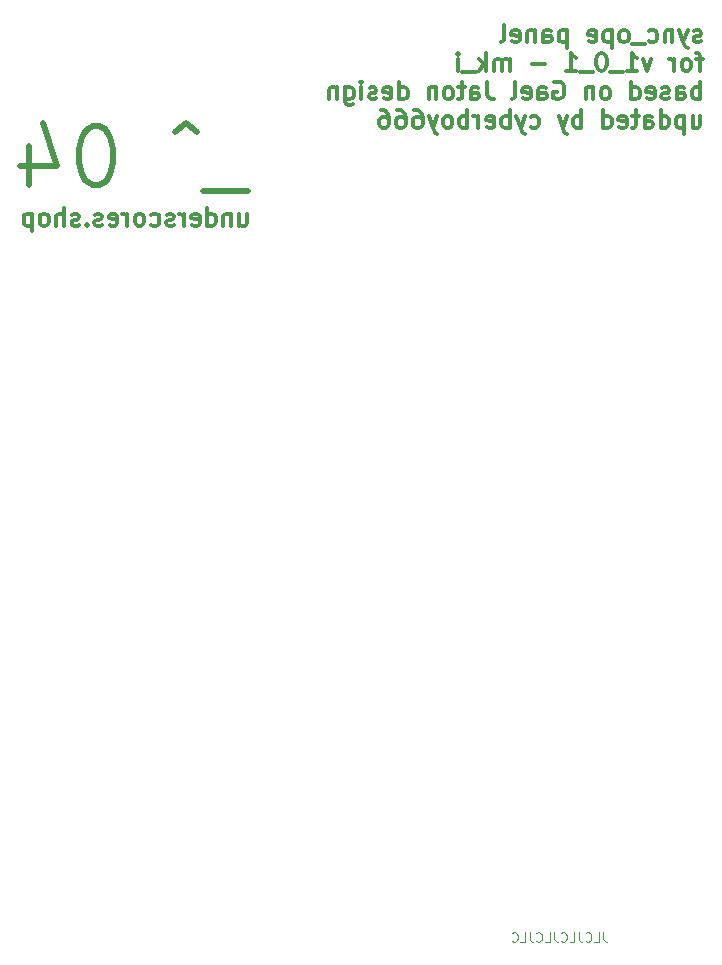
<source format=gbr>
G04 #@! TF.GenerationSoftware,KiCad,Pcbnew,6.0.7*
G04 #@! TF.CreationDate,2023-06-12T18:01:15+12:00*
G04 #@! TF.ProjectId,default_panel,64656661-756c-4745-9f70-616e656c2e6b,1_0_1*
G04 #@! TF.SameCoordinates,Original*
G04 #@! TF.FileFunction,Legend,Bot*
G04 #@! TF.FilePolarity,Positive*
%FSLAX46Y46*%
G04 Gerber Fmt 4.6, Leading zero omitted, Abs format (unit mm)*
G04 Created by KiCad (PCBNEW 6.0.7) date 2023-06-12 18:01:15*
%MOMM*%
%LPD*%
G01*
G04 APERTURE LIST*
%ADD10C,0.300000*%
%ADD11C,0.037750*%
%ADD12C,0.500000*%
G04 APERTURE END LIST*
D10*
X158785714Y-85678571D02*
X158785714Y-86678571D01*
X159428571Y-85678571D02*
X159428571Y-86464285D01*
X159357142Y-86607142D01*
X159214285Y-86678571D01*
X159000000Y-86678571D01*
X158857142Y-86607142D01*
X158785714Y-86535714D01*
X158071428Y-85678571D02*
X158071428Y-86678571D01*
X158071428Y-85821428D02*
X158000000Y-85750000D01*
X157857142Y-85678571D01*
X157642857Y-85678571D01*
X157500000Y-85750000D01*
X157428571Y-85892857D01*
X157428571Y-86678571D01*
X156071428Y-86678571D02*
X156071428Y-85178571D01*
X156071428Y-86607142D02*
X156214285Y-86678571D01*
X156500000Y-86678571D01*
X156642857Y-86607142D01*
X156714285Y-86535714D01*
X156785714Y-86392857D01*
X156785714Y-85964285D01*
X156714285Y-85821428D01*
X156642857Y-85750000D01*
X156500000Y-85678571D01*
X156214285Y-85678571D01*
X156071428Y-85750000D01*
X154785714Y-86607142D02*
X154928571Y-86678571D01*
X155214285Y-86678571D01*
X155357142Y-86607142D01*
X155428571Y-86464285D01*
X155428571Y-85892857D01*
X155357142Y-85750000D01*
X155214285Y-85678571D01*
X154928571Y-85678571D01*
X154785714Y-85750000D01*
X154714285Y-85892857D01*
X154714285Y-86035714D01*
X155428571Y-86178571D01*
X154071428Y-86678571D02*
X154071428Y-85678571D01*
X154071428Y-85964285D02*
X154000000Y-85821428D01*
X153928571Y-85750000D01*
X153785714Y-85678571D01*
X153642857Y-85678571D01*
X153214285Y-86607142D02*
X153071428Y-86678571D01*
X152785714Y-86678571D01*
X152642857Y-86607142D01*
X152571428Y-86464285D01*
X152571428Y-86392857D01*
X152642857Y-86250000D01*
X152785714Y-86178571D01*
X153000000Y-86178571D01*
X153142857Y-86107142D01*
X153214285Y-85964285D01*
X153214285Y-85892857D01*
X153142857Y-85750000D01*
X153000000Y-85678571D01*
X152785714Y-85678571D01*
X152642857Y-85750000D01*
X151285714Y-86607142D02*
X151428571Y-86678571D01*
X151714285Y-86678571D01*
X151857142Y-86607142D01*
X151928571Y-86535714D01*
X152000000Y-86392857D01*
X152000000Y-85964285D01*
X151928571Y-85821428D01*
X151857142Y-85750000D01*
X151714285Y-85678571D01*
X151428571Y-85678571D01*
X151285714Y-85750000D01*
X150428571Y-86678571D02*
X150571428Y-86607142D01*
X150642857Y-86535714D01*
X150714285Y-86392857D01*
X150714285Y-85964285D01*
X150642857Y-85821428D01*
X150571428Y-85750000D01*
X150428571Y-85678571D01*
X150214285Y-85678571D01*
X150071428Y-85750000D01*
X150000000Y-85821428D01*
X149928571Y-85964285D01*
X149928571Y-86392857D01*
X150000000Y-86535714D01*
X150071428Y-86607142D01*
X150214285Y-86678571D01*
X150428571Y-86678571D01*
X149285714Y-86678571D02*
X149285714Y-85678571D01*
X149285714Y-85964285D02*
X149214285Y-85821428D01*
X149142857Y-85750000D01*
X149000000Y-85678571D01*
X148857142Y-85678571D01*
X147785714Y-86607142D02*
X147928571Y-86678571D01*
X148214285Y-86678571D01*
X148357142Y-86607142D01*
X148428571Y-86464285D01*
X148428571Y-85892857D01*
X148357142Y-85750000D01*
X148214285Y-85678571D01*
X147928571Y-85678571D01*
X147785714Y-85750000D01*
X147714285Y-85892857D01*
X147714285Y-86035714D01*
X148428571Y-86178571D01*
X147142857Y-86607142D02*
X147000000Y-86678571D01*
X146714285Y-86678571D01*
X146571428Y-86607142D01*
X146500000Y-86464285D01*
X146500000Y-86392857D01*
X146571428Y-86250000D01*
X146714285Y-86178571D01*
X146928571Y-86178571D01*
X147071428Y-86107142D01*
X147142857Y-85964285D01*
X147142857Y-85892857D01*
X147071428Y-85750000D01*
X146928571Y-85678571D01*
X146714285Y-85678571D01*
X146571428Y-85750000D01*
X145857142Y-86535714D02*
X145785714Y-86607142D01*
X145857142Y-86678571D01*
X145928571Y-86607142D01*
X145857142Y-86535714D01*
X145857142Y-86678571D01*
X145214285Y-86607142D02*
X145071428Y-86678571D01*
X144785714Y-86678571D01*
X144642857Y-86607142D01*
X144571428Y-86464285D01*
X144571428Y-86392857D01*
X144642857Y-86250000D01*
X144785714Y-86178571D01*
X145000000Y-86178571D01*
X145142857Y-86107142D01*
X145214285Y-85964285D01*
X145214285Y-85892857D01*
X145142857Y-85750000D01*
X145000000Y-85678571D01*
X144785714Y-85678571D01*
X144642857Y-85750000D01*
X143928571Y-86678571D02*
X143928571Y-85178571D01*
X143285714Y-86678571D02*
X143285714Y-85892857D01*
X143357142Y-85750000D01*
X143500000Y-85678571D01*
X143714285Y-85678571D01*
X143857142Y-85750000D01*
X143928571Y-85821428D01*
X142357142Y-86678571D02*
X142500000Y-86607142D01*
X142571428Y-86535714D01*
X142642857Y-86392857D01*
X142642857Y-85964285D01*
X142571428Y-85821428D01*
X142500000Y-85750000D01*
X142357142Y-85678571D01*
X142142857Y-85678571D01*
X142000000Y-85750000D01*
X141928571Y-85821428D01*
X141857142Y-85964285D01*
X141857142Y-86392857D01*
X141928571Y-86535714D01*
X142000000Y-86607142D01*
X142142857Y-86678571D01*
X142357142Y-86678571D01*
X141214285Y-85678571D02*
X141214285Y-87178571D01*
X141214285Y-85750000D02*
X141071428Y-85678571D01*
X140785714Y-85678571D01*
X140642857Y-85750000D01*
X140571428Y-85821428D01*
X140500000Y-85964285D01*
X140500000Y-86392857D01*
X140571428Y-86535714D01*
X140642857Y-86607142D01*
X140785714Y-86678571D01*
X141071428Y-86678571D01*
X141214285Y-86607142D01*
X197869285Y-71084642D02*
X197726428Y-71156071D01*
X197440714Y-71156071D01*
X197297857Y-71084642D01*
X197226428Y-70941785D01*
X197226428Y-70870357D01*
X197297857Y-70727500D01*
X197440714Y-70656071D01*
X197655000Y-70656071D01*
X197797857Y-70584642D01*
X197869285Y-70441785D01*
X197869285Y-70370357D01*
X197797857Y-70227500D01*
X197655000Y-70156071D01*
X197440714Y-70156071D01*
X197297857Y-70227500D01*
X196726428Y-70156071D02*
X196369285Y-71156071D01*
X196012142Y-70156071D02*
X196369285Y-71156071D01*
X196512142Y-71513214D01*
X196583571Y-71584642D01*
X196726428Y-71656071D01*
X195440714Y-70156071D02*
X195440714Y-71156071D01*
X195440714Y-70298928D02*
X195369285Y-70227500D01*
X195226428Y-70156071D01*
X195012142Y-70156071D01*
X194869285Y-70227500D01*
X194797857Y-70370357D01*
X194797857Y-71156071D01*
X193440714Y-71084642D02*
X193583571Y-71156071D01*
X193869285Y-71156071D01*
X194012142Y-71084642D01*
X194083571Y-71013214D01*
X194155000Y-70870357D01*
X194155000Y-70441785D01*
X194083571Y-70298928D01*
X194012142Y-70227500D01*
X193869285Y-70156071D01*
X193583571Y-70156071D01*
X193440714Y-70227500D01*
X193155000Y-71298928D02*
X192012142Y-71298928D01*
X191440714Y-71156071D02*
X191583571Y-71084642D01*
X191655000Y-71013214D01*
X191726428Y-70870357D01*
X191726428Y-70441785D01*
X191655000Y-70298928D01*
X191583571Y-70227500D01*
X191440714Y-70156071D01*
X191226428Y-70156071D01*
X191083571Y-70227500D01*
X191012142Y-70298928D01*
X190940714Y-70441785D01*
X190940714Y-70870357D01*
X191012142Y-71013214D01*
X191083571Y-71084642D01*
X191226428Y-71156071D01*
X191440714Y-71156071D01*
X190297857Y-70156071D02*
X190297857Y-71656071D01*
X190297857Y-70227500D02*
X190155000Y-70156071D01*
X189869285Y-70156071D01*
X189726428Y-70227500D01*
X189655000Y-70298928D01*
X189583571Y-70441785D01*
X189583571Y-70870357D01*
X189655000Y-71013214D01*
X189726428Y-71084642D01*
X189869285Y-71156071D01*
X190155000Y-71156071D01*
X190297857Y-71084642D01*
X188369285Y-71084642D02*
X188512142Y-71156071D01*
X188797857Y-71156071D01*
X188940714Y-71084642D01*
X189012142Y-70941785D01*
X189012142Y-70370357D01*
X188940714Y-70227500D01*
X188797857Y-70156071D01*
X188512142Y-70156071D01*
X188369285Y-70227500D01*
X188297857Y-70370357D01*
X188297857Y-70513214D01*
X189012142Y-70656071D01*
X186512142Y-70156071D02*
X186512142Y-71656071D01*
X186512142Y-70227500D02*
X186369285Y-70156071D01*
X186083571Y-70156071D01*
X185940714Y-70227500D01*
X185869285Y-70298928D01*
X185797857Y-70441785D01*
X185797857Y-70870357D01*
X185869285Y-71013214D01*
X185940714Y-71084642D01*
X186083571Y-71156071D01*
X186369285Y-71156071D01*
X186512142Y-71084642D01*
X184512142Y-71156071D02*
X184512142Y-70370357D01*
X184583571Y-70227500D01*
X184726428Y-70156071D01*
X185012142Y-70156071D01*
X185155000Y-70227500D01*
X184512142Y-71084642D02*
X184655000Y-71156071D01*
X185012142Y-71156071D01*
X185155000Y-71084642D01*
X185226428Y-70941785D01*
X185226428Y-70798928D01*
X185155000Y-70656071D01*
X185012142Y-70584642D01*
X184655000Y-70584642D01*
X184512142Y-70513214D01*
X183797857Y-70156071D02*
X183797857Y-71156071D01*
X183797857Y-70298928D02*
X183726428Y-70227500D01*
X183583571Y-70156071D01*
X183369285Y-70156071D01*
X183226428Y-70227500D01*
X183155000Y-70370357D01*
X183155000Y-71156071D01*
X181869285Y-71084642D02*
X182012142Y-71156071D01*
X182297857Y-71156071D01*
X182440714Y-71084642D01*
X182512142Y-70941785D01*
X182512142Y-70370357D01*
X182440714Y-70227500D01*
X182297857Y-70156071D01*
X182012142Y-70156071D01*
X181869285Y-70227500D01*
X181797857Y-70370357D01*
X181797857Y-70513214D01*
X182512142Y-70656071D01*
X180940714Y-71156071D02*
X181083571Y-71084642D01*
X181155000Y-70941785D01*
X181155000Y-69656071D01*
X198012142Y-72571071D02*
X197440714Y-72571071D01*
X197797857Y-73571071D02*
X197797857Y-72285357D01*
X197726428Y-72142500D01*
X197583571Y-72071071D01*
X197440714Y-72071071D01*
X196726428Y-73571071D02*
X196869285Y-73499642D01*
X196940714Y-73428214D01*
X197012142Y-73285357D01*
X197012142Y-72856785D01*
X196940714Y-72713928D01*
X196869285Y-72642500D01*
X196726428Y-72571071D01*
X196512142Y-72571071D01*
X196369285Y-72642500D01*
X196297857Y-72713928D01*
X196226428Y-72856785D01*
X196226428Y-73285357D01*
X196297857Y-73428214D01*
X196369285Y-73499642D01*
X196512142Y-73571071D01*
X196726428Y-73571071D01*
X195583571Y-73571071D02*
X195583571Y-72571071D01*
X195583571Y-72856785D02*
X195512142Y-72713928D01*
X195440714Y-72642500D01*
X195297857Y-72571071D01*
X195154999Y-72571071D01*
X193654999Y-72571071D02*
X193297857Y-73571071D01*
X192940714Y-72571071D01*
X191583571Y-73571071D02*
X192440714Y-73571071D01*
X192012142Y-73571071D02*
X192012142Y-72071071D01*
X192155000Y-72285357D01*
X192297857Y-72428214D01*
X192440714Y-72499642D01*
X191297857Y-73713928D02*
X190155000Y-73713928D01*
X189512142Y-72071071D02*
X189369285Y-72071071D01*
X189226428Y-72142500D01*
X189155000Y-72213928D01*
X189083571Y-72356785D01*
X189012142Y-72642500D01*
X189012142Y-72999642D01*
X189083571Y-73285357D01*
X189155000Y-73428214D01*
X189226428Y-73499642D01*
X189369285Y-73571071D01*
X189512142Y-73571071D01*
X189655000Y-73499642D01*
X189726428Y-73428214D01*
X189797857Y-73285357D01*
X189869285Y-72999642D01*
X189869285Y-72642500D01*
X189797857Y-72356785D01*
X189726428Y-72213928D01*
X189655000Y-72142500D01*
X189512142Y-72071071D01*
X188726428Y-73713928D02*
X187583571Y-73713928D01*
X186440714Y-73571071D02*
X187297857Y-73571071D01*
X186869285Y-73571071D02*
X186869285Y-72071071D01*
X187012142Y-72285357D01*
X187155000Y-72428214D01*
X187297857Y-72499642D01*
X184655000Y-72999642D02*
X183512142Y-72999642D01*
X181655000Y-73571071D02*
X181655000Y-72571071D01*
X181655000Y-72713928D02*
X181583571Y-72642500D01*
X181440714Y-72571071D01*
X181226428Y-72571071D01*
X181083571Y-72642500D01*
X181012142Y-72785357D01*
X181012142Y-73571071D01*
X181012142Y-72785357D02*
X180940714Y-72642500D01*
X180797857Y-72571071D01*
X180583571Y-72571071D01*
X180440714Y-72642500D01*
X180369285Y-72785357D01*
X180369285Y-73571071D01*
X179655000Y-73571071D02*
X179655000Y-72071071D01*
X179512142Y-72999642D02*
X179083571Y-73571071D01*
X179083571Y-72571071D02*
X179655000Y-73142500D01*
X178797857Y-73713928D02*
X177655000Y-73713928D01*
X177297857Y-73571071D02*
X177297857Y-72571071D01*
X177297857Y-72071071D02*
X177369285Y-72142500D01*
X177297857Y-72213928D01*
X177226428Y-72142500D01*
X177297857Y-72071071D01*
X177297857Y-72213928D01*
X197797857Y-75986071D02*
X197797857Y-74486071D01*
X197797857Y-75057500D02*
X197655000Y-74986071D01*
X197369285Y-74986071D01*
X197226428Y-75057500D01*
X197155000Y-75128928D01*
X197083571Y-75271785D01*
X197083571Y-75700357D01*
X197155000Y-75843214D01*
X197226428Y-75914642D01*
X197369285Y-75986071D01*
X197655000Y-75986071D01*
X197797857Y-75914642D01*
X195797857Y-75986071D02*
X195797857Y-75200357D01*
X195869285Y-75057500D01*
X196012142Y-74986071D01*
X196297857Y-74986071D01*
X196440714Y-75057500D01*
X195797857Y-75914642D02*
X195940714Y-75986071D01*
X196297857Y-75986071D01*
X196440714Y-75914642D01*
X196512142Y-75771785D01*
X196512142Y-75628928D01*
X196440714Y-75486071D01*
X196297857Y-75414642D01*
X195940714Y-75414642D01*
X195797857Y-75343214D01*
X195155000Y-75914642D02*
X195012142Y-75986071D01*
X194726428Y-75986071D01*
X194583571Y-75914642D01*
X194512142Y-75771785D01*
X194512142Y-75700357D01*
X194583571Y-75557500D01*
X194726428Y-75486071D01*
X194940714Y-75486071D01*
X195083571Y-75414642D01*
X195155000Y-75271785D01*
X195155000Y-75200357D01*
X195083571Y-75057500D01*
X194940714Y-74986071D01*
X194726428Y-74986071D01*
X194583571Y-75057500D01*
X193297857Y-75914642D02*
X193440714Y-75986071D01*
X193726428Y-75986071D01*
X193869285Y-75914642D01*
X193940714Y-75771785D01*
X193940714Y-75200357D01*
X193869285Y-75057500D01*
X193726428Y-74986071D01*
X193440714Y-74986071D01*
X193297857Y-75057500D01*
X193226428Y-75200357D01*
X193226428Y-75343214D01*
X193940714Y-75486071D01*
X191940714Y-75986071D02*
X191940714Y-74486071D01*
X191940714Y-75914642D02*
X192083571Y-75986071D01*
X192369285Y-75986071D01*
X192512142Y-75914642D01*
X192583571Y-75843214D01*
X192655000Y-75700357D01*
X192655000Y-75271785D01*
X192583571Y-75128928D01*
X192512142Y-75057500D01*
X192369285Y-74986071D01*
X192083571Y-74986071D01*
X191940714Y-75057500D01*
X189869285Y-75986071D02*
X190012142Y-75914642D01*
X190083571Y-75843214D01*
X190155000Y-75700357D01*
X190155000Y-75271785D01*
X190083571Y-75128928D01*
X190012142Y-75057500D01*
X189869285Y-74986071D01*
X189655000Y-74986071D01*
X189512142Y-75057500D01*
X189440714Y-75128928D01*
X189369285Y-75271785D01*
X189369285Y-75700357D01*
X189440714Y-75843214D01*
X189512142Y-75914642D01*
X189655000Y-75986071D01*
X189869285Y-75986071D01*
X188726428Y-74986071D02*
X188726428Y-75986071D01*
X188726428Y-75128928D02*
X188655000Y-75057500D01*
X188512142Y-74986071D01*
X188297857Y-74986071D01*
X188155000Y-75057500D01*
X188083571Y-75200357D01*
X188083571Y-75986071D01*
X185440714Y-74557500D02*
X185583571Y-74486071D01*
X185797857Y-74486071D01*
X186012142Y-74557500D01*
X186155000Y-74700357D01*
X186226428Y-74843214D01*
X186297857Y-75128928D01*
X186297857Y-75343214D01*
X186226428Y-75628928D01*
X186155000Y-75771785D01*
X186012142Y-75914642D01*
X185797857Y-75986071D01*
X185655000Y-75986071D01*
X185440714Y-75914642D01*
X185369285Y-75843214D01*
X185369285Y-75343214D01*
X185655000Y-75343214D01*
X184083571Y-75986071D02*
X184083571Y-75200357D01*
X184155000Y-75057500D01*
X184297857Y-74986071D01*
X184583571Y-74986071D01*
X184726428Y-75057500D01*
X184083571Y-75914642D02*
X184226428Y-75986071D01*
X184583571Y-75986071D01*
X184726428Y-75914642D01*
X184797857Y-75771785D01*
X184797857Y-75628928D01*
X184726428Y-75486071D01*
X184583571Y-75414642D01*
X184226428Y-75414642D01*
X184083571Y-75343214D01*
X182797857Y-75914642D02*
X182940714Y-75986071D01*
X183226428Y-75986071D01*
X183369285Y-75914642D01*
X183440714Y-75771785D01*
X183440714Y-75200357D01*
X183369285Y-75057500D01*
X183226428Y-74986071D01*
X182940714Y-74986071D01*
X182797857Y-75057500D01*
X182726428Y-75200357D01*
X182726428Y-75343214D01*
X183440714Y-75486071D01*
X181869285Y-75986071D02*
X182012142Y-75914642D01*
X182083571Y-75771785D01*
X182083571Y-74486071D01*
X179726428Y-74486071D02*
X179726428Y-75557500D01*
X179797857Y-75771785D01*
X179940714Y-75914642D01*
X180155000Y-75986071D01*
X180297857Y-75986071D01*
X178369285Y-75986071D02*
X178369285Y-75200357D01*
X178440714Y-75057500D01*
X178583571Y-74986071D01*
X178869285Y-74986071D01*
X179012142Y-75057500D01*
X178369285Y-75914642D02*
X178512142Y-75986071D01*
X178869285Y-75986071D01*
X179012142Y-75914642D01*
X179083571Y-75771785D01*
X179083571Y-75628928D01*
X179012142Y-75486071D01*
X178869285Y-75414642D01*
X178512142Y-75414642D01*
X178369285Y-75343214D01*
X177869285Y-74986071D02*
X177297857Y-74986071D01*
X177655000Y-74486071D02*
X177655000Y-75771785D01*
X177583571Y-75914642D01*
X177440714Y-75986071D01*
X177297857Y-75986071D01*
X176583571Y-75986071D02*
X176726428Y-75914642D01*
X176797857Y-75843214D01*
X176869285Y-75700357D01*
X176869285Y-75271785D01*
X176797857Y-75128928D01*
X176726428Y-75057500D01*
X176583571Y-74986071D01*
X176369285Y-74986071D01*
X176226428Y-75057500D01*
X176155000Y-75128928D01*
X176083571Y-75271785D01*
X176083571Y-75700357D01*
X176155000Y-75843214D01*
X176226428Y-75914642D01*
X176369285Y-75986071D01*
X176583571Y-75986071D01*
X175440714Y-74986071D02*
X175440714Y-75986071D01*
X175440714Y-75128928D02*
X175369285Y-75057500D01*
X175226428Y-74986071D01*
X175012142Y-74986071D01*
X174869285Y-75057500D01*
X174797857Y-75200357D01*
X174797857Y-75986071D01*
X172297857Y-75986071D02*
X172297857Y-74486071D01*
X172297857Y-75914642D02*
X172440714Y-75986071D01*
X172726428Y-75986071D01*
X172869285Y-75914642D01*
X172940714Y-75843214D01*
X173012142Y-75700357D01*
X173012142Y-75271785D01*
X172940714Y-75128928D01*
X172869285Y-75057500D01*
X172726428Y-74986071D01*
X172440714Y-74986071D01*
X172297857Y-75057500D01*
X171012142Y-75914642D02*
X171155000Y-75986071D01*
X171440714Y-75986071D01*
X171583571Y-75914642D01*
X171655000Y-75771785D01*
X171655000Y-75200357D01*
X171583571Y-75057500D01*
X171440714Y-74986071D01*
X171155000Y-74986071D01*
X171012142Y-75057500D01*
X170940714Y-75200357D01*
X170940714Y-75343214D01*
X171655000Y-75486071D01*
X170369285Y-75914642D02*
X170226428Y-75986071D01*
X169940714Y-75986071D01*
X169797857Y-75914642D01*
X169726428Y-75771785D01*
X169726428Y-75700357D01*
X169797857Y-75557500D01*
X169940714Y-75486071D01*
X170155000Y-75486071D01*
X170297857Y-75414642D01*
X170369285Y-75271785D01*
X170369285Y-75200357D01*
X170297857Y-75057500D01*
X170155000Y-74986071D01*
X169940714Y-74986071D01*
X169797857Y-75057500D01*
X169083571Y-75986071D02*
X169083571Y-74986071D01*
X169083571Y-74486071D02*
X169155000Y-74557500D01*
X169083571Y-74628928D01*
X169012142Y-74557500D01*
X169083571Y-74486071D01*
X169083571Y-74628928D01*
X167726428Y-74986071D02*
X167726428Y-76200357D01*
X167797857Y-76343214D01*
X167869285Y-76414642D01*
X168012142Y-76486071D01*
X168226428Y-76486071D01*
X168369285Y-76414642D01*
X167726428Y-75914642D02*
X167869285Y-75986071D01*
X168155000Y-75986071D01*
X168297857Y-75914642D01*
X168369285Y-75843214D01*
X168440714Y-75700357D01*
X168440714Y-75271785D01*
X168369285Y-75128928D01*
X168297857Y-75057500D01*
X168155000Y-74986071D01*
X167869285Y-74986071D01*
X167726428Y-75057500D01*
X167012142Y-74986071D02*
X167012142Y-75986071D01*
X167012142Y-75128928D02*
X166940714Y-75057500D01*
X166797857Y-74986071D01*
X166583571Y-74986071D01*
X166440714Y-75057500D01*
X166369285Y-75200357D01*
X166369285Y-75986071D01*
X197155000Y-77401071D02*
X197155000Y-78401071D01*
X197797857Y-77401071D02*
X197797857Y-78186785D01*
X197726428Y-78329642D01*
X197583571Y-78401071D01*
X197369285Y-78401071D01*
X197226428Y-78329642D01*
X197155000Y-78258214D01*
X196440714Y-77401071D02*
X196440714Y-78901071D01*
X196440714Y-77472500D02*
X196297857Y-77401071D01*
X196012142Y-77401071D01*
X195869285Y-77472500D01*
X195797857Y-77543928D01*
X195726428Y-77686785D01*
X195726428Y-78115357D01*
X195797857Y-78258214D01*
X195869285Y-78329642D01*
X196012142Y-78401071D01*
X196297857Y-78401071D01*
X196440714Y-78329642D01*
X194440714Y-78401071D02*
X194440714Y-76901071D01*
X194440714Y-78329642D02*
X194583571Y-78401071D01*
X194869285Y-78401071D01*
X195012142Y-78329642D01*
X195083571Y-78258214D01*
X195155000Y-78115357D01*
X195155000Y-77686785D01*
X195083571Y-77543928D01*
X195012142Y-77472500D01*
X194869285Y-77401071D01*
X194583571Y-77401071D01*
X194440714Y-77472500D01*
X193083571Y-78401071D02*
X193083571Y-77615357D01*
X193155000Y-77472500D01*
X193297857Y-77401071D01*
X193583571Y-77401071D01*
X193726428Y-77472500D01*
X193083571Y-78329642D02*
X193226428Y-78401071D01*
X193583571Y-78401071D01*
X193726428Y-78329642D01*
X193797857Y-78186785D01*
X193797857Y-78043928D01*
X193726428Y-77901071D01*
X193583571Y-77829642D01*
X193226428Y-77829642D01*
X193083571Y-77758214D01*
X192583571Y-77401071D02*
X192012142Y-77401071D01*
X192369285Y-76901071D02*
X192369285Y-78186785D01*
X192297857Y-78329642D01*
X192155000Y-78401071D01*
X192012142Y-78401071D01*
X190940714Y-78329642D02*
X191083571Y-78401071D01*
X191369285Y-78401071D01*
X191512142Y-78329642D01*
X191583571Y-78186785D01*
X191583571Y-77615357D01*
X191512142Y-77472500D01*
X191369285Y-77401071D01*
X191083571Y-77401071D01*
X190940714Y-77472500D01*
X190869285Y-77615357D01*
X190869285Y-77758214D01*
X191583571Y-77901071D01*
X189583571Y-78401071D02*
X189583571Y-76901071D01*
X189583571Y-78329642D02*
X189726428Y-78401071D01*
X190012142Y-78401071D01*
X190155000Y-78329642D01*
X190226428Y-78258214D01*
X190297857Y-78115357D01*
X190297857Y-77686785D01*
X190226428Y-77543928D01*
X190155000Y-77472500D01*
X190012142Y-77401071D01*
X189726428Y-77401071D01*
X189583571Y-77472500D01*
X187726428Y-78401071D02*
X187726428Y-76901071D01*
X187726428Y-77472500D02*
X187583571Y-77401071D01*
X187297857Y-77401071D01*
X187155000Y-77472500D01*
X187083571Y-77543928D01*
X187012142Y-77686785D01*
X187012142Y-78115357D01*
X187083571Y-78258214D01*
X187155000Y-78329642D01*
X187297857Y-78401071D01*
X187583571Y-78401071D01*
X187726428Y-78329642D01*
X186512142Y-77401071D02*
X186155000Y-78401071D01*
X185797857Y-77401071D02*
X186155000Y-78401071D01*
X186297857Y-78758214D01*
X186369285Y-78829642D01*
X186512142Y-78901071D01*
X183440714Y-78329642D02*
X183583571Y-78401071D01*
X183869285Y-78401071D01*
X184012142Y-78329642D01*
X184083571Y-78258214D01*
X184155000Y-78115357D01*
X184155000Y-77686785D01*
X184083571Y-77543928D01*
X184012142Y-77472500D01*
X183869285Y-77401071D01*
X183583571Y-77401071D01*
X183440714Y-77472500D01*
X182940714Y-77401071D02*
X182583571Y-78401071D01*
X182226428Y-77401071D02*
X182583571Y-78401071D01*
X182726428Y-78758214D01*
X182797857Y-78829642D01*
X182940714Y-78901071D01*
X181655000Y-78401071D02*
X181655000Y-76901071D01*
X181655000Y-77472500D02*
X181512142Y-77401071D01*
X181226428Y-77401071D01*
X181083571Y-77472500D01*
X181012142Y-77543928D01*
X180940714Y-77686785D01*
X180940714Y-78115357D01*
X181012142Y-78258214D01*
X181083571Y-78329642D01*
X181226428Y-78401071D01*
X181512142Y-78401071D01*
X181655000Y-78329642D01*
X179726428Y-78329642D02*
X179869285Y-78401071D01*
X180155000Y-78401071D01*
X180297857Y-78329642D01*
X180369285Y-78186785D01*
X180369285Y-77615357D01*
X180297857Y-77472500D01*
X180155000Y-77401071D01*
X179869285Y-77401071D01*
X179726428Y-77472500D01*
X179655000Y-77615357D01*
X179655000Y-77758214D01*
X180369285Y-77901071D01*
X179012142Y-78401071D02*
X179012142Y-77401071D01*
X179012142Y-77686785D02*
X178940714Y-77543928D01*
X178869285Y-77472500D01*
X178726428Y-77401071D01*
X178583571Y-77401071D01*
X178083571Y-78401071D02*
X178083571Y-76901071D01*
X178083571Y-77472500D02*
X177940714Y-77401071D01*
X177655000Y-77401071D01*
X177512142Y-77472500D01*
X177440714Y-77543928D01*
X177369285Y-77686785D01*
X177369285Y-78115357D01*
X177440714Y-78258214D01*
X177512142Y-78329642D01*
X177655000Y-78401071D01*
X177940714Y-78401071D01*
X178083571Y-78329642D01*
X176512142Y-78401071D02*
X176655000Y-78329642D01*
X176726428Y-78258214D01*
X176797857Y-78115357D01*
X176797857Y-77686785D01*
X176726428Y-77543928D01*
X176655000Y-77472500D01*
X176512142Y-77401071D01*
X176297857Y-77401071D01*
X176155000Y-77472500D01*
X176083571Y-77543928D01*
X176012142Y-77686785D01*
X176012142Y-78115357D01*
X176083571Y-78258214D01*
X176155000Y-78329642D01*
X176297857Y-78401071D01*
X176512142Y-78401071D01*
X175512142Y-77401071D02*
X175155000Y-78401071D01*
X174797857Y-77401071D02*
X175155000Y-78401071D01*
X175297857Y-78758214D01*
X175369285Y-78829642D01*
X175512142Y-78901071D01*
X173583571Y-76901071D02*
X173869285Y-76901071D01*
X174012142Y-76972500D01*
X174083571Y-77043928D01*
X174226428Y-77258214D01*
X174297857Y-77543928D01*
X174297857Y-78115357D01*
X174226428Y-78258214D01*
X174155000Y-78329642D01*
X174012142Y-78401071D01*
X173726428Y-78401071D01*
X173583571Y-78329642D01*
X173512142Y-78258214D01*
X173440714Y-78115357D01*
X173440714Y-77758214D01*
X173512142Y-77615357D01*
X173583571Y-77543928D01*
X173726428Y-77472500D01*
X174012142Y-77472500D01*
X174155000Y-77543928D01*
X174226428Y-77615357D01*
X174297857Y-77758214D01*
X172155000Y-76901071D02*
X172440714Y-76901071D01*
X172583571Y-76972500D01*
X172655000Y-77043928D01*
X172797857Y-77258214D01*
X172869285Y-77543928D01*
X172869285Y-78115357D01*
X172797857Y-78258214D01*
X172726428Y-78329642D01*
X172583571Y-78401071D01*
X172297857Y-78401071D01*
X172155000Y-78329642D01*
X172083571Y-78258214D01*
X172012142Y-78115357D01*
X172012142Y-77758214D01*
X172083571Y-77615357D01*
X172155000Y-77543928D01*
X172297857Y-77472500D01*
X172583571Y-77472500D01*
X172726428Y-77543928D01*
X172797857Y-77615357D01*
X172869285Y-77758214D01*
X170726428Y-76901071D02*
X171012142Y-76901071D01*
X171155000Y-76972500D01*
X171226428Y-77043928D01*
X171369285Y-77258214D01*
X171440714Y-77543928D01*
X171440714Y-78115357D01*
X171369285Y-78258214D01*
X171297857Y-78329642D01*
X171155000Y-78401071D01*
X170869285Y-78401071D01*
X170726428Y-78329642D01*
X170655000Y-78258214D01*
X170583571Y-78115357D01*
X170583571Y-77758214D01*
X170655000Y-77615357D01*
X170726428Y-77543928D01*
X170869285Y-77472500D01*
X171155000Y-77472500D01*
X171297857Y-77543928D01*
X171369285Y-77615357D01*
X171440714Y-77758214D01*
D11*
X189591428Y-146506428D02*
X189591428Y-147085000D01*
X189630000Y-147200714D01*
X189707142Y-147277857D01*
X189822857Y-147316428D01*
X189900000Y-147316428D01*
X188820000Y-147316428D02*
X189205714Y-147316428D01*
X189205714Y-146506428D01*
X188087142Y-147239285D02*
X188125714Y-147277857D01*
X188241428Y-147316428D01*
X188318571Y-147316428D01*
X188434285Y-147277857D01*
X188511428Y-147200714D01*
X188550000Y-147123571D01*
X188588571Y-146969285D01*
X188588571Y-146853571D01*
X188550000Y-146699285D01*
X188511428Y-146622142D01*
X188434285Y-146545000D01*
X188318571Y-146506428D01*
X188241428Y-146506428D01*
X188125714Y-146545000D01*
X188087142Y-146583571D01*
X187508571Y-146506428D02*
X187508571Y-147085000D01*
X187547142Y-147200714D01*
X187624285Y-147277857D01*
X187740000Y-147316428D01*
X187817142Y-147316428D01*
X186737142Y-147316428D02*
X187122857Y-147316428D01*
X187122857Y-146506428D01*
X186004285Y-147239285D02*
X186042857Y-147277857D01*
X186158571Y-147316428D01*
X186235714Y-147316428D01*
X186351428Y-147277857D01*
X186428571Y-147200714D01*
X186467142Y-147123571D01*
X186505714Y-146969285D01*
X186505714Y-146853571D01*
X186467142Y-146699285D01*
X186428571Y-146622142D01*
X186351428Y-146545000D01*
X186235714Y-146506428D01*
X186158571Y-146506428D01*
X186042857Y-146545000D01*
X186004285Y-146583571D01*
X185425714Y-146506428D02*
X185425714Y-147085000D01*
X185464285Y-147200714D01*
X185541428Y-147277857D01*
X185657142Y-147316428D01*
X185734285Y-147316428D01*
X184654285Y-147316428D02*
X185040000Y-147316428D01*
X185040000Y-146506428D01*
X183921428Y-147239285D02*
X183960000Y-147277857D01*
X184075714Y-147316428D01*
X184152857Y-147316428D01*
X184268571Y-147277857D01*
X184345714Y-147200714D01*
X184384285Y-147123571D01*
X184422857Y-146969285D01*
X184422857Y-146853571D01*
X184384285Y-146699285D01*
X184345714Y-146622142D01*
X184268571Y-146545000D01*
X184152857Y-146506428D01*
X184075714Y-146506428D01*
X183960000Y-146545000D01*
X183921428Y-146583571D01*
X183342857Y-146506428D02*
X183342857Y-147085000D01*
X183381428Y-147200714D01*
X183458571Y-147277857D01*
X183574285Y-147316428D01*
X183651428Y-147316428D01*
X182571428Y-147316428D02*
X182957142Y-147316428D01*
X182957142Y-146506428D01*
X181838571Y-147239285D02*
X181877142Y-147277857D01*
X181992857Y-147316428D01*
X182070000Y-147316428D01*
X182185714Y-147277857D01*
X182262857Y-147200714D01*
X182301428Y-147123571D01*
X182340000Y-146969285D01*
X182340000Y-146853571D01*
X182301428Y-146699285D01*
X182262857Y-146622142D01*
X182185714Y-146545000D01*
X182070000Y-146506428D01*
X181992857Y-146506428D01*
X181877142Y-146545000D01*
X181838571Y-146583571D01*
D12*
X159500000Y-83738095D02*
X155690476Y-83738095D01*
X155214285Y-78738095D02*
X154261904Y-78023809D01*
X153309523Y-78738095D01*
X146880952Y-78261904D02*
X146404761Y-78261904D01*
X145928571Y-78500000D01*
X145690476Y-78738095D01*
X145452380Y-79214285D01*
X145214285Y-80166666D01*
X145214285Y-81357142D01*
X145452380Y-82309523D01*
X145690476Y-82785714D01*
X145928571Y-83023809D01*
X146404761Y-83261904D01*
X146880952Y-83261904D01*
X147357142Y-83023809D01*
X147595238Y-82785714D01*
X147833333Y-82309523D01*
X148071428Y-81357142D01*
X148071428Y-80166666D01*
X147833333Y-79214285D01*
X147595238Y-78738095D01*
X147357142Y-78500000D01*
X146880952Y-78261904D01*
X140928571Y-79928571D02*
X140928571Y-83261904D01*
X142119047Y-78023809D02*
X143309523Y-81595238D01*
X140214285Y-81595238D01*
M02*

</source>
